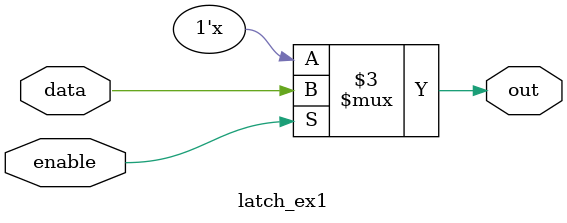
<source format=v>
`timescale 1ns / 1ps

module latch_ex1(
    input wire data,
    input wire enable,
    output reg out
);

    always @(*) begin
        if (enable)
            out = data;
        // Missing else (latch will be made)
    end
endmodule
</source>
